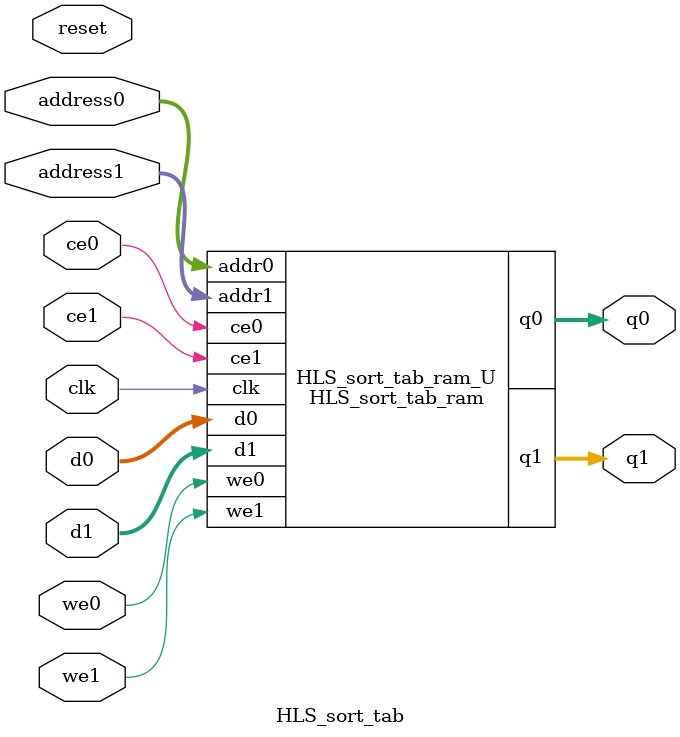
<source format=v>

`timescale 1 ns / 1 ps
module HLS_sort_tab_ram (addr0, ce0, d0, we0, q0, addr1, ce1, d1, we1, q1,  clk);

parameter DWIDTH = 32;
parameter AWIDTH = 16;
parameter MEM_SIZE = 65536;

input[AWIDTH-1:0] addr0;
input ce0;
input[DWIDTH-1:0] d0;
input we0;
output reg[DWIDTH-1:0] q0;
input[AWIDTH-1:0] addr1;
input ce1;
input[DWIDTH-1:0] d1;
input we1;
output reg[DWIDTH-1:0] q1;
input clk;

(* ram_style = "block" *)reg [DWIDTH-1:0] ram[0:MEM_SIZE-1];




always @(posedge clk)  
begin 
    if (ce0) 
    begin
        if (we0) 
        begin 
            ram[addr0] <= d0; 
            q0 <= d0;
        end 
        else 
            q0 <= ram[addr0];
    end
end


always @(posedge clk)  
begin 
    if (ce1) 
    begin
        if (we1) 
        begin 
            ram[addr1] <= d1; 
            q1 <= d1;
        end 
        else 
            q1 <= ram[addr1];
    end
end


endmodule


`timescale 1 ns / 1 ps
module HLS_sort_tab(
    reset,
    clk,
    address0,
    ce0,
    we0,
    d0,
    q0,
    address1,
    ce1,
    we1,
    d1,
    q1);

parameter DataWidth = 32'd32;
parameter AddressRange = 32'd65536;
parameter AddressWidth = 32'd16;
input reset;
input clk;
input[AddressWidth - 1:0] address0;
input ce0;
input we0;
input[DataWidth - 1:0] d0;
output[DataWidth - 1:0] q0;
input[AddressWidth - 1:0] address1;
input ce1;
input we1;
input[DataWidth - 1:0] d1;
output[DataWidth - 1:0] q1;



HLS_sort_tab_ram HLS_sort_tab_ram_U(
    .clk( clk ),
    .addr0( address0 ),
    .ce0( ce0 ),
    .we0( we0 ),
    .d0( d0 ),
    .q0( q0 ),
    .addr1( address1 ),
    .ce1( ce1 ),
    .we1( we1 ),
    .d1( d1 ),
    .q1( q1 ));

endmodule


</source>
